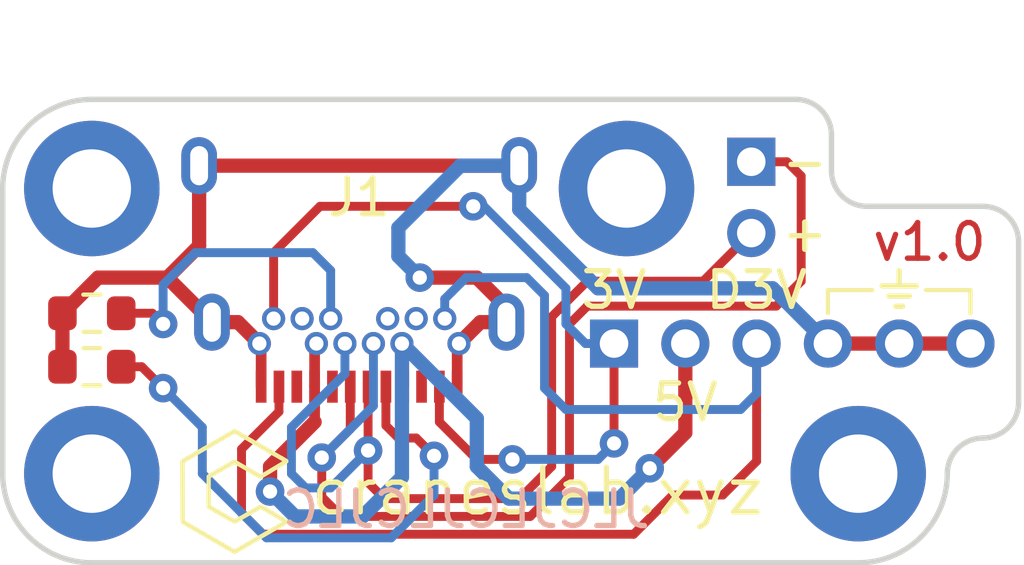
<source format=kicad_pcb>
(kicad_pcb (version 20171130) (host pcbnew "(5.1.10)-1")

  (general
    (thickness 1.6)
    (drawings 31)
    (tracks 144)
    (zones 0)
    (modules 10)
    (nets 15)
  )

  (page A4)
  (layers
    (0 F.Cu signal)
    (31 B.Cu signal)
    (32 B.Adhes user)
    (33 F.Adhes user)
    (34 B.Paste user)
    (35 F.Paste user)
    (36 B.SilkS user)
    (37 F.SilkS user)
    (38 B.Mask user)
    (39 F.Mask user)
    (40 Dwgs.User user hide)
    (41 Cmts.User user)
    (42 Eco1.User user)
    (43 Eco2.User user)
    (44 Edge.Cuts user)
    (45 Margin user)
    (46 B.CrtYd user)
    (47 F.CrtYd user)
    (48 B.Fab user)
    (49 F.Fab user)
  )

  (setup
    (last_trace_width 0.25)
    (user_trace_width 0.3)
    (user_trace_width 0.4)
    (user_trace_width 0.6)
    (trace_clearance 0.15)
    (zone_clearance 0.508)
    (zone_45_only no)
    (trace_min 0.2)
    (via_size 0.8)
    (via_drill 0.4)
    (via_min_size 0.4)
    (via_min_drill 0.3)
    (uvia_size 0.3)
    (uvia_drill 0.1)
    (uvias_allowed no)
    (uvia_min_size 0.2)
    (uvia_min_drill 0.1)
    (edge_width 0.152)
    (segment_width 0.2)
    (pcb_text_width 0.3)
    (pcb_text_size 1.5 1.5)
    (mod_edge_width 0.12)
    (mod_text_size 1 1)
    (mod_text_width 0.15)
    (pad_size 1 1.6)
    (pad_drill 0.6)
    (pad_to_mask_clearance 0)
    (aux_axis_origin 0 0)
    (grid_origin 0 -4)
    (visible_elements 7FFFFF7F)
    (pcbplotparams
      (layerselection 0x010fc_ffffffff)
      (usegerberextensions false)
      (usegerberattributes false)
      (usegerberadvancedattributes false)
      (creategerberjobfile false)
      (excludeedgelayer false)
      (linewidth 0.100000)
      (plotframeref false)
      (viasonmask false)
      (mode 1)
      (useauxorigin false)
      (hpglpennumber 1)
      (hpglpenspeed 20)
      (hpglpendiameter 15.000000)
      (psnegative false)
      (psa4output false)
      (plotreference true)
      (plotvalue true)
      (plotinvisibletext false)
      (padsonsilk false)
      (subtractmaskfromsilk false)
      (outputformat 1)
      (mirror false)
      (drillshape 0)
      (scaleselection 1)
      (outputdirectory "jlcpcb/gerber"))
  )

  (net 0 "")
  (net 1 GND)
  (net 2 3V3)
  (net 3 VBUS)
  (net 4 "Net-(J1-PadA5)")
  (net 5 D+)
  (net 6 D-)
  (net 7 "Net-(J1-PadA8)")
  (net 8 D3V)
  (net 9 "Net-(J1-PadB5)")
  (net 10 "Net-(J1-PadB8)")
  (net 11 "Net-(J1-PadB3)")
  (net 12 "Net-(J1-PadB10)")
  (net 13 "Net-(J1-PadA3)")
  (net 14 "Net-(J1-PadA10)")

  (net_class Default "This is the default net class."
    (clearance 0.15)
    (trace_width 0.25)
    (via_dia 0.8)
    (via_drill 0.4)
    (uvia_dia 0.3)
    (uvia_drill 0.1)
    (add_net 3V3)
    (add_net D+)
    (add_net D-)
    (add_net D3V)
    (add_net GND)
    (add_net "Net-(J1-PadA10)")
    (add_net "Net-(J1-PadA3)")
    (add_net "Net-(J1-PadA5)")
    (add_net "Net-(J1-PadA8)")
    (add_net "Net-(J1-PadB10)")
    (add_net "Net-(J1-PadB3)")
    (add_net "Net-(J1-PadB5)")
    (add_net "Net-(J1-PadB8)")
    (add_net VBUS)
  )

  (module Connector_PinHeader_2.00mm:PinHeader_1x02_P2.00mm_Vertical (layer F.Cu) (tedit 619EEB66) (tstamp 619F3035)
    (at 11 -1.75)
    (descr "Through hole straight pin header, 1x02, 2.00mm pitch, single row")
    (tags "Through hole pin header THT 1x02 2.00mm single row")
    (path /60AD4395)
    (fp_text reference J3 (at 0 -1.75 180) (layer F.SilkS) hide
      (effects (font (size 1 1) (thickness 0.15)))
    )
    (fp_text value Conn_01x02 (at 0 4.06 180) (layer F.Fab) hide
      (effects (font (size 1 1) (thickness 0.15)))
    )
    (fp_line (start 1.5 -1.5) (end -1.5 -1.5) (layer F.CrtYd) (width 0.05))
    (fp_line (start 1.5 3.5) (end 1.5 -1.5) (layer F.CrtYd) (width 0.05))
    (fp_line (start -1.5 3.5) (end 1.5 3.5) (layer F.CrtYd) (width 0.05))
    (fp_line (start -1.5 -1.5) (end -1.5 3.5) (layer F.CrtYd) (width 0.05))
    (fp_line (start -1 -0.5) (end -0.5 -1) (layer F.Fab) (width 0.1))
    (fp_line (start -1 3) (end -1 -0.5) (layer F.Fab) (width 0.1))
    (fp_line (start 1 3) (end -1 3) (layer F.Fab) (width 0.1))
    (fp_line (start 1 -1) (end 1 3) (layer F.Fab) (width 0.1))
    (fp_line (start -0.5 -1) (end 1 -1) (layer F.Fab) (width 0.1))
    (fp_text user %R (at 0 1 90) (layer F.Fab)
      (effects (font (size 1 1) (thickness 0.15)))
    )
    (pad 1 thru_hole rect (at 0 0) (size 1.35 1.35) (drill 0.8) (layers *.Cu *.Mask)
      (net 6 D-))
    (pad 2 thru_hole oval (at 0 2) (size 1.35 1.35) (drill 0.8) (layers *.Cu *.Mask)
      (net 5 D+))
  )

  (module Connector_PinHeader_2.00mm:PinHeader_1x06_P2.00mm_Vertical (layer F.Cu) (tedit 619EEAF6) (tstamp 619EC090)
    (at 7.15 3.35 90)
    (descr "Through hole straight pin header, 1x06, 2.00mm pitch, single row")
    (tags "Through hole pin header THT 1x06 2.00mm single row")
    (path /619EBF64)
    (fp_text reference J2 (at 0 -2.06 90) (layer F.SilkS) hide
      (effects (font (size 1 1) (thickness 0.15)))
    )
    (fp_text value Conn_01x06 (at 0 12.06 90) (layer F.Fab) hide
      (effects (font (size 1 1) (thickness 0.15)))
    )
    (fp_text user %R (at 0 5 180) (layer F.Fab)
      (effects (font (size 1 1) (thickness 0.15)))
    )
    (fp_line (start -0.5 -1) (end 1 -1) (layer F.Fab) (width 0.1))
    (fp_line (start 1 -1) (end 1 11) (layer F.Fab) (width 0.1))
    (fp_line (start 1 11) (end -1 11) (layer F.Fab) (width 0.1))
    (fp_line (start -1 11) (end -1 -0.5) (layer F.Fab) (width 0.1))
    (fp_line (start -1 -0.5) (end -0.5 -1) (layer F.Fab) (width 0.1))
    (fp_line (start -1.5 -1.5) (end -1.5 11.5) (layer F.CrtYd) (width 0.05))
    (fp_line (start -1.5 11.5) (end 1.5 11.5) (layer F.CrtYd) (width 0.05))
    (fp_line (start 1.5 11.5) (end 1.5 -1.5) (layer F.CrtYd) (width 0.05))
    (fp_line (start 1.5 -1.5) (end -1.5 -1.5) (layer F.CrtYd) (width 0.05))
    (pad 6 thru_hole oval (at 0 10 90) (size 1.35 1.35) (drill 0.8) (layers *.Cu *.Mask)
      (net 1 GND))
    (pad 5 thru_hole oval (at 0 8 90) (size 1.35 1.35) (drill 0.8) (layers *.Cu *.Mask)
      (net 1 GND))
    (pad 4 thru_hole oval (at 0 6 90) (size 1.35 1.35) (drill 0.8) (layers *.Cu *.Mask)
      (net 1 GND))
    (pad 3 thru_hole oval (at 0 4 90) (size 1.35 1.35) (drill 0.8) (layers *.Cu *.Mask)
      (net 8 D3V))
    (pad 2 thru_hole oval (at 0 2 90) (size 1.35 1.35) (drill 0.8) (layers *.Cu *.Mask)
      (net 3 VBUS))
    (pad 1 thru_hole rect (at 0 0 90) (size 1.35 1.35) (drill 0.8) (layers *.Cu *.Mask)
      (net 2 3V3))
  )

  (module MountingHole:MountingHole_2.2mm_M2_DIN965_Pad (layer F.Cu) (tedit 56D1B4CB) (tstamp 619F27D1)
    (at 14 7)
    (descr "Mounting Hole 2.2mm, M2, DIN965")
    (tags "mounting hole 2.2mm m2 din965")
    (attr virtual)
    (fp_text reference REF** (at 0 -2.9) (layer F.SilkS) hide
      (effects (font (size 1 1) (thickness 0.15)))
    )
    (fp_text value MountingHole_2.2mm_M2_DIN965_Pad (at 0 2.9) (layer F.Fab) hide
      (effects (font (size 1 1) (thickness 0.15)))
    )
    (fp_circle (center 0 0) (end 1.9 0) (layer Cmts.User) (width 0.15))
    (fp_circle (center 0 0) (end 2.15 0) (layer F.CrtYd) (width 0.05))
    (fp_text user %R (at 0.3 0) (layer F.Fab) hide
      (effects (font (size 1 1) (thickness 0.15)))
    )
    (pad 1 thru_hole circle (at 0 0) (size 3.8 3.8) (drill 2.2) (layers *.Cu *.Mask))
  )

  (module MountingHole:MountingHole_2.2mm_M2_DIN965_Pad (layer F.Cu) (tedit 56D1B4CB) (tstamp 619F27D1)
    (at -7.5 7)
    (descr "Mounting Hole 2.2mm, M2, DIN965")
    (tags "mounting hole 2.2mm m2 din965")
    (attr virtual)
    (fp_text reference REF** (at 0 -2.9) (layer F.SilkS) hide
      (effects (font (size 1 1) (thickness 0.15)))
    )
    (fp_text value MountingHole_2.2mm_M2_DIN965_Pad (at 0 2.9) (layer F.Fab) hide
      (effects (font (size 1 1) (thickness 0.15)))
    )
    (fp_circle (center 0 0) (end 1.9 0) (layer Cmts.User) (width 0.15))
    (fp_circle (center 0 0) (end 2.15 0) (layer F.CrtYd) (width 0.05))
    (fp_text user %R (at 0.3 0) (layer F.Fab) hide
      (effects (font (size 1 1) (thickness 0.15)))
    )
    (pad 1 thru_hole circle (at 0 0) (size 3.8 3.8) (drill 2.2) (layers *.Cu *.Mask))
  )

  (module MountingHole:MountingHole_2.2mm_M2_DIN965_Pad (layer F.Cu) (tedit 56D1B4CB) (tstamp 619F27D1)
    (at 7.5 -1)
    (descr "Mounting Hole 2.2mm, M2, DIN965")
    (tags "mounting hole 2.2mm m2 din965")
    (attr virtual)
    (fp_text reference REF** (at 0 -2.9) (layer F.SilkS) hide
      (effects (font (size 1 1) (thickness 0.15)))
    )
    (fp_text value MountingHole_2.2mm_M2_DIN965_Pad (at 0 2.9) (layer F.Fab) hide
      (effects (font (size 1 1) (thickness 0.15)))
    )
    (fp_circle (center 0 0) (end 1.9 0) (layer Cmts.User) (width 0.15))
    (fp_circle (center 0 0) (end 2.15 0) (layer F.CrtYd) (width 0.05))
    (fp_text user %R (at 0.3 0) (layer F.Fab) hide
      (effects (font (size 1 1) (thickness 0.15)))
    )
    (pad 1 thru_hole circle (at 0 0) (size 3.8 3.8) (drill 2.2) (layers *.Cu *.Mask))
  )

  (module MountingHole:MountingHole_2.2mm_M2_DIN965_Pad (layer F.Cu) (tedit 56D1B4CB) (tstamp 619F279C)
    (at -7.5 -1)
    (descr "Mounting Hole 2.2mm, M2, DIN965")
    (tags "mounting hole 2.2mm m2 din965")
    (attr virtual)
    (fp_text reference REF** (at 0 -2.9) (layer F.SilkS) hide
      (effects (font (size 1 1) (thickness 0.15)))
    )
    (fp_text value MountingHole_2.2mm_M2_DIN965_Pad (at 0 2.9) (layer F.Fab) hide
      (effects (font (size 1 1) (thickness 0.15)))
    )
    (fp_text user %R (at 0.3 0) (layer F.Fab) hide
      (effects (font (size 1 1) (thickness 0.15)))
    )
    (fp_circle (center 0 0) (end 1.9 0) (layer Cmts.User) (width 0.15))
    (fp_circle (center 0 0) (end 2.15 0) (layer F.CrtYd) (width 0.05))
    (pad 1 thru_hole circle (at 0 0) (size 3.8 3.8) (drill 2.2) (layers *.Cu *.Mask))
  )

  (module Model_S:USBC_C_Logo (layer F.Cu) (tedit 0) (tstamp 60EB97F1)
    (at -3.5 7.5)
    (fp_text reference G*** (at 0 0) (layer F.SilkS) hide
      (effects (font (size 1.524 1.524) (thickness 0.3)))
    )
    (fp_text value LOGO (at 0.75 0) (layer F.SilkS) hide
      (effects (font (size 1.524 1.524) (thickness 0.3)))
    )
    (fp_poly (pts (xy 0.030747 -1.73995) (xy 0.053309 -1.729991) (xy 0.082054 -1.714784) (xy 0.102524 -1.70342)
      (xy 0.131542 -1.687069) (xy 0.159656 -1.670965) (xy 0.184313 -1.656586) (xy 0.20296 -1.645414)
      (xy 0.208553 -1.641928) (xy 0.224011 -1.632273) (xy 0.235328 -1.625569) (xy 0.239713 -1.623391)
      (xy 0.244949 -1.620802) (xy 0.257665 -1.613821) (xy 0.275806 -1.603625) (xy 0.297317 -1.591394)
      (xy 0.320144 -1.578306) (xy 0.342231 -1.56554) (xy 0.361524 -1.554274) (xy 0.375967 -1.545688)
      (xy 0.383506 -1.540959) (xy 0.383761 -1.540774) (xy 0.391273 -1.536062) (xy 0.405228 -1.527989)
      (xy 0.419652 -1.519938) (xy 0.451648 -1.502298) (xy 0.476123 -1.488644) (xy 0.495268 -1.477703)
      (xy 0.511272 -1.468202) (xy 0.526326 -1.458867) (xy 0.542333 -1.448611) (xy 0.559961 -1.437407)
      (xy 0.573793 -1.428996) (xy 0.581434 -1.424822) (xy 0.582122 -1.424609) (xy 0.587921 -1.422004)
      (xy 0.600299 -1.415227) (xy 0.614051 -1.407234) (xy 0.636449 -1.394187) (xy 0.661235 -1.380135)
      (xy 0.673652 -1.373261) (xy 0.692391 -1.362735) (xy 0.709188 -1.352821) (xy 0.717826 -1.34736)
      (xy 0.731225 -1.339327) (xy 0.741279 -1.334577) (xy 0.750823 -1.329877) (xy 0.76606 -1.321104)
      (xy 0.781419 -1.311592) (xy 0.797277 -1.301645) (xy 0.809065 -1.294617) (xy 0.814091 -1.292087)
      (xy 0.819271 -1.289429) (xy 0.832647 -1.281966) (xy 0.85288 -1.270461) (xy 0.87863 -1.255678)
      (xy 0.908557 -1.238384) (xy 0.930186 -1.225826) (xy 0.962284 -1.207254) (xy 0.991236 -1.190692)
      (xy 1.015672 -1.176907) (xy 1.034223 -1.166667) (xy 1.045519 -1.160741) (xy 1.048334 -1.159565)
      (xy 1.055163 -1.156183) (xy 1.063274 -1.149647) (xy 1.073867 -1.141647) (xy 1.090234 -1.13118)
      (xy 1.104348 -1.123021) (xy 1.125117 -1.111487) (xy 1.145892 -1.099783) (xy 1.156804 -1.093539)
      (xy 1.174761 -1.083338) (xy 1.196211 -1.071405) (xy 1.207779 -1.06507) (xy 1.227757 -1.053882)
      (xy 1.251737 -1.039983) (xy 1.273224 -1.027166) (xy 1.290708 -1.016666) (xy 1.304115 -1.008845)
      (xy 1.311044 -1.005096) (xy 1.311462 -1.004957) (xy 1.318428 -1.002157) (xy 1.332872 -0.994496)
      (xy 1.352977 -0.983078) (xy 1.376926 -0.969008) (xy 1.402905 -0.953391) (xy 1.429096 -0.937333)
      (xy 1.453685 -0.921937) (xy 1.474855 -0.908309) (xy 1.490791 -0.897553) (xy 1.499675 -0.890776)
      (xy 1.500505 -0.889926) (xy 1.509755 -0.873656) (xy 1.512898 -0.852222) (xy 1.512929 -0.849391)
      (xy 1.511205 -0.831455) (xy 1.505071 -0.816108) (xy 1.493143 -0.801805) (xy 1.474039 -0.787)
      (xy 1.446377 -0.770149) (xy 1.437686 -0.765283) (xy 1.413768 -0.75175) (xy 1.390706 -0.738186)
      (xy 1.372065 -0.726705) (xy 1.365636 -0.722489) (xy 1.351851 -0.71349) (xy 1.342069 -0.707808)
      (xy 1.339469 -0.706783) (xy 1.334303 -0.704021) (xy 1.320512 -0.696069) (xy 1.298934 -0.683424)
      (xy 1.270411 -0.666585) (xy 1.23578 -0.646048) (xy 1.195883 -0.622312) (xy 1.151558 -0.595874)
      (xy 1.103647 -0.567234) (xy 1.058855 -0.540406) (xy 1.007939 -0.509933) (xy 0.95944 -0.481008)
      (xy 0.914257 -0.454159) (xy 0.873289 -0.429915) (xy 0.837435 -0.408807) (xy 0.807595 -0.391364)
      (xy 0.784666 -0.378114) (xy 0.769549 -0.369589) (xy 0.763558 -0.366471) (xy 0.745153 -0.360605)
      (xy 0.727517 -0.360115) (xy 0.707875 -0.365505) (xy 0.68345 -0.377276) (xy 0.673652 -0.38277)
      (xy 0.653313 -0.39444) (xy 0.635548 -0.40462) (xy 0.623381 -0.411579) (xy 0.621196 -0.412824)
      (xy 0.58175 -0.435278) (xy 0.550543 -0.453122) (xy 0.526189 -0.467165) (xy 0.507304 -0.478215)
      (xy 0.492505 -0.487081) (xy 0.480406 -0.494572) (xy 0.471173 -0.500487) (xy 0.455674 -0.510238)
      (xy 0.444038 -0.516959) (xy 0.439305 -0.519044) (xy 0.433049 -0.521798) (xy 0.421182 -0.528738)
      (xy 0.415393 -0.532414) (xy 0.403656 -0.539606) (xy 0.384386 -0.550931) (xy 0.359704 -0.565163)
      (xy 0.331731 -0.581076) (xy 0.311978 -0.592193) (xy 0.283129 -0.608386) (xy 0.256246 -0.623528)
      (xy 0.233409 -0.636442) (xy 0.216698 -0.645955) (xy 0.209826 -0.64992) (xy 0.178993 -0.6679)
      (xy 0.148398 -0.685603) (xy 0.119553 -0.702167) (xy 0.093969 -0.716734) (xy 0.073158 -0.728443)
      (xy 0.05863 -0.736435) (xy 0.051897 -0.739849) (xy 0.051651 -0.739913) (xy 0.045957 -0.742739)
      (xy 0.034568 -0.749863) (xy 0.028795 -0.753718) (xy 0.015086 -0.762157) (xy 0.004661 -0.767038)
      (xy 0.002341 -0.767522) (xy -0.004249 -0.76487) (xy -0.018665 -0.757522) (xy -0.039222 -0.746387)
      (xy -0.064232 -0.732374) (xy -0.086106 -0.719824) (xy -0.115842 -0.702648) (xy -0.144711 -0.686076)
      (xy -0.170317 -0.671474) (xy -0.190266 -0.66021) (xy -0.198783 -0.655482) (xy -0.217732 -0.644742)
      (xy -0.234927 -0.634407) (xy -0.243809 -0.628636) (xy -0.254903 -0.621577) (xy -0.261706 -0.618444)
      (xy -0.261864 -0.618435) (xy -0.268123 -0.615723) (xy -0.280305 -0.608808) (xy -0.288511 -0.603759)
      (xy -0.30633 -0.593057) (xy -0.328441 -0.580512) (xy -0.344999 -0.571537) (xy -0.371784 -0.557207)
      (xy -0.395759 -0.543866) (xy -0.420791 -0.529304) (xy -0.450749 -0.511314) (xy -0.455373 -0.508507)
      (xy -0.473076 -0.4979) (xy -0.486784 -0.489964) (xy -0.494089 -0.486086) (xy -0.49463 -0.485913)
      (xy -0.500286 -0.483078) (xy -0.515113 -0.474678) (xy -0.538838 -0.460873) (xy -0.571189 -0.441822)
      (xy -0.611892 -0.417685) (xy -0.639141 -0.401465) (xy -0.66813 -0.384189) (xy -0.66813 0.391099)
      (xy -0.644663 0.404544) (xy -0.631195 0.412297) (xy -0.610713 0.424131) (xy -0.585752 0.438582)
      (xy -0.558845 0.454182) (xy -0.552174 0.458054) (xy -0.523694 0.47449) (xy -0.495068 0.490844)
      (xy -0.469361 0.505377) (xy -0.449635 0.516348) (xy -0.447261 0.517645) (xy -0.428452 0.528197)
      (xy -0.412766 0.537572) (xy -0.403414 0.543845) (xy -0.403087 0.544112) (xy -0.392916 0.551333)
      (xy -0.378439 0.560254) (xy -0.375478 0.561949) (xy -0.362554 0.569301) (xy -0.343075 0.58046)
      (xy -0.320047 0.593703) (xy -0.303696 0.603133) (xy -0.278937 0.617376) (xy -0.254646 0.631261)
      (xy -0.234278 0.642816) (xy -0.225011 0.648015) (xy -0.209196 0.656845) (xy -0.193243 0.66583)
      (xy -0.175432 0.675954) (xy -0.154045 0.688198) (xy -0.127362 0.703545) (xy -0.093664 0.722979)
      (xy -0.074621 0.733972) (xy -0.048181 0.749048) (xy -0.024929 0.761943) (xy -0.006606 0.771721)
      (xy 0.005047 0.777446) (xy 0.008205 0.778551) (xy 0.015437 0.775853) (xy 0.029105 0.768779)
      (xy 0.046302 0.75884) (xy 0.046935 0.758457) (xy 0.061993 0.749488) (xy 0.084039 0.736568)
      (xy 0.111635 0.720522) (xy 0.14334 0.702176) (xy 0.177718 0.682354) (xy 0.213328 0.661883)
      (xy 0.248733 0.641587) (xy 0.282493 0.622292) (xy 0.31317 0.604823) (xy 0.339325 0.590006)
      (xy 0.35952 0.578666) (xy 0.372315 0.571628) (xy 0.375478 0.569984) (xy 0.386982 0.563728)
      (xy 0.404152 0.553617) (xy 0.423377 0.54178) (xy 0.424348 0.541168) (xy 0.441383 0.530559)
      (xy 0.454377 0.522727) (xy 0.460904 0.519129) (xy 0.461196 0.519043) (xy 0.466253 0.516374)
      (xy 0.479509 0.508875) (xy 0.499639 0.49731) (xy 0.525319 0.482441) (xy 0.555226 0.465032)
      (xy 0.577979 0.451736) (xy 0.611394 0.432385) (xy 0.64281 0.414577) (xy 0.670598 0.399206)
      (xy 0.693132 0.387163) (xy 0.708784 0.37934) (xy 0.714206 0.37704) (xy 0.743741 0.372363)
      (xy 0.77365 0.378657) (xy 0.797891 0.391722) (xy 0.81558 0.403108) (xy 0.83714 0.415966)
      (xy 0.850348 0.423378) (xy 0.865167 0.431612) (xy 0.887277 0.444132) (xy 0.914434 0.459657)
      (xy 0.944391 0.476903) (xy 0.969065 0.491195) (xy 1.001925 0.510282) (xy 1.035943 0.530038)
      (xy 1.068192 0.548764) (xy 1.095743 0.564759) (xy 1.10987 0.572959) (xy 1.138714 0.589854)
      (xy 1.170978 0.608995) (xy 1.201279 0.62718) (xy 1.212022 0.6337) (xy 1.235935 0.648151)
      (xy 1.259322 0.662065) (xy 1.278718 0.67339) (xy 1.286565 0.677847) (xy 1.301912 0.686578)
      (xy 1.313486 0.693483) (xy 1.316935 0.695739) (xy 1.324718 0.700599) (xy 1.338425 0.708495)
      (xy 1.347304 0.713436) (xy 1.383742 0.733525) (xy 1.412017 0.749312) (xy 1.433691 0.761725)
      (xy 1.450327 0.771693) (xy 1.463488 0.780145) (xy 1.474737 0.78801) (xy 1.482375 0.793712)
      (xy 1.503391 0.813734) (xy 1.51396 0.834531) (xy 1.51465 0.85765) (xy 1.511092 0.871717)
      (xy 1.506831 0.881134) (xy 1.499654 0.889915) (xy 1.487742 0.899595) (xy 1.469276 0.911706)
      (xy 1.449457 0.923646) (xy 1.422146 0.939847) (xy 1.393306 0.957046) (xy 1.367149 0.972726)
      (xy 1.354058 0.980623) (xy 1.335546 0.991667) (xy 1.320896 1.000093) (xy 1.312449 1.004569)
      (xy 1.311362 1.004956) (xy 1.305788 1.007635) (xy 1.293313 1.014727) (xy 1.276417 1.024813)
      (xy 1.272761 1.027043) (xy 1.255176 1.037569) (xy 1.241402 1.04537) (xy 1.233974 1.049023)
      (xy 1.233483 1.04913) (xy 1.227183 1.051977) (xy 1.216284 1.058875) (xy 1.215635 1.059324)
      (xy 1.20344 1.067063) (xy 1.185318 1.077714) (xy 1.165105 1.089026) (xy 1.164297 1.089466)
      (xy 1.143478 1.100964) (xy 1.117157 1.115753) (xy 1.089369 1.131557) (xy 1.073188 1.140858)
      (xy 1.049504 1.154526) (xy 1.027726 1.167067) (xy 1.0106 1.1769) (xy 1.002196 1.181698)
      (xy 0.991774 1.187698) (xy 0.973908 1.198078) (xy 0.950676 1.211625) (xy 0.924156 1.22713)
      (xy 0.908895 1.236068) (xy 0.882939 1.251229) (xy 0.860547 1.26421) (xy 0.843347 1.274073)
      (xy 0.832968 1.279883) (xy 0.830648 1.281043) (xy 0.825621 1.283757) (xy 0.813354 1.291048)
      (xy 0.795976 1.30164) (xy 0.784621 1.308652) (xy 0.76512 1.320578) (xy 0.749336 1.329913)
      (xy 0.739469 1.335374) (xy 0.737346 1.336261) (xy 0.73165 1.338943) (xy 0.719078 1.346041)
      (xy 0.702127 1.356136) (xy 0.6985 1.358348) (xy 0.681087 1.36885) (xy 0.667678 1.376645)
      (xy 0.660719 1.380319) (xy 0.660315 1.380435) (xy 0.65494 1.383095) (xy 0.642602 1.390141)
      (xy 0.625743 1.40017) (xy 0.62186 1.402522) (xy 0.604186 1.413022) (xy 0.590323 1.420817)
      (xy 0.582804 1.424492) (xy 0.582282 1.424609) (xy 0.576464 1.427254) (xy 0.563355 1.434386)
      (xy 0.545127 1.4448) (xy 0.531106 1.453027) (xy 0.507834 1.466729) (xy 0.478497 1.483869)
      (xy 0.446613 1.502398) (xy 0.415701 1.520267) (xy 0.41137 1.522762) (xy 0.380781 1.540485)
      (xy 0.348591 1.559334) (xy 0.318364 1.577209) (xy 0.293666 1.592012) (xy 0.290828 1.593734)
      (xy 0.270396 1.606039) (xy 0.25372 1.615851) (xy 0.242878 1.621962) (xy 0.239849 1.623391)
      (xy 0.234422 1.626067) (xy 0.222066 1.63315) (xy 0.205234 1.643226) (xy 0.201544 1.645478)
      (xy 0.184057 1.65599) (xy 0.170493 1.663788) (xy 0.163333 1.667453) (xy 0.162891 1.667565)
      (xy 0.157292 1.670245) (xy 0.144797 1.677338) (xy 0.127889 1.687426) (xy 0.124239 1.689652)
      (xy 0.106795 1.700159) (xy 0.093321 1.707955) (xy 0.086277 1.711625) (xy 0.085857 1.711739)
      (xy 0.08026 1.714354) (xy 0.068215 1.721105) (xy 0.056965 1.727755) (xy 0.033012 1.740615)
      (xy 0.013862 1.74658) (xy -0.003743 1.746305) (xy -0.0172 1.742642) (xy -0.035962 1.734323)
      (xy -0.053573 1.723952) (xy -0.053944 1.723689) (xy -0.065568 1.715906) (xy -0.072925 1.711889)
      (xy -0.073587 1.711739) (xy -0.078939 1.709068) (xy -0.092818 1.701444) (xy -0.114195 1.689455)
      (xy -0.142041 1.673686) (xy -0.175329 1.654723) (xy -0.21303 1.633152) (xy -0.254116 1.609558)
      (xy -0.297558 1.584529) (xy -0.342328 1.558649) (xy -0.34787 1.55544) (xy -0.36491 1.545708)
      (xy -0.384873 1.534496) (xy -0.392043 1.530516) (xy -0.409346 1.520489) (xy -0.431236 1.507165)
      (xy -0.453102 1.493355) (xy -0.453985 1.492785) (xy -0.471614 1.481581) (xy -0.485445 1.47317)
      (xy -0.493086 1.468996) (xy -0.493775 1.468782) (xy -0.499573 1.466177) (xy -0.511951 1.4594)
      (xy -0.525703 1.451407) (xy -0.548101 1.438361) (xy -0.572887 1.424309) (xy -0.585304 1.417434)
      (xy -0.604261 1.406717) (xy -0.621459 1.396395) (xy -0.630331 1.390635) (xy -0.641195 1.383596)
      (xy -0.647539 1.380446) (xy -0.647687 1.380435) (xy -0.653346 1.377732) (xy -0.667335 1.370073)
      (xy -0.688481 1.358132) (xy -0.715613 1.342581) (xy -0.74756 1.324095) (xy -0.78315 1.303346)
      (xy -0.821211 1.28101) (xy -0.84373 1.267726) (xy -0.891689 1.239521) (xy -0.934547 1.214599)
      (xy -0.970817 1.193818) (xy -0.996674 1.179323) (xy -1.006609 1.173724) (xy -1.024526 1.163505)
      (xy -1.048849 1.149577) (xy -1.077997 1.132845) (xy -1.110394 1.11422) (xy -1.14446 1.094607)
      (xy -1.178617 1.074916) (xy -1.211288 1.056054) (xy -1.240893 1.038929) (xy -1.261717 1.026854)
      (xy -1.312949 0.997075) (xy -1.355496 0.972273) (xy -1.390242 0.951906) (xy -1.418069 0.935432)
      (xy -1.43986 0.922311) (xy -1.456496 0.912) (xy -1.468861 0.903957) (xy -1.477836 0.897642)
      (xy -1.484304 0.892513) (xy -1.489147 0.888028) (xy -1.49094 0.886173) (xy -1.495604 0.880849)
      (xy -1.499133 0.875089) (xy -1.501749 0.867282) (xy -1.503672 0.855818) (xy -1.505125 0.839085)
      (xy -1.506329 0.815472) (xy -1.507506 0.783367) (xy -1.508264 0.760184) (xy -1.508705 0.741051)
      (xy -1.509138 0.711636) (xy -1.50956 0.672701) (xy -1.509967 0.625007) (xy -1.510356 0.569315)
      (xy -1.510723 0.506387) (xy -1.511065 0.436985) (xy -1.511378 0.361871) (xy -1.511658 0.281804)
      (xy -1.511901 0.197548) (xy -1.512104 0.109864) (xy -1.512264 0.019512) (xy -1.512376 -0.072745)
      (xy -1.512406 -0.107883) (xy -1.512919 -0.813767) (xy -1.399761 -0.813767) (xy -1.399659 -0.746471)
      (xy -1.399637 -0.732772) (xy -1.399597 -0.708743) (xy -1.399541 -0.675098) (xy -1.39947 -0.632552)
      (xy -1.399384 -0.581817) (xy -1.399286 -0.523607) (xy -1.399176 -0.458637) (xy -1.399055 -0.38762)
      (xy -1.398926 -0.31127) (xy -1.398788 -0.2303) (xy -1.398643 -0.145425) (xy -1.398493 -0.057358)
      (xy -1.398339 0.033188) (xy -1.398278 0.068494) (xy -1.397 0.816163) (xy -1.36525 0.83443)
      (xy -1.350784 0.842744) (xy -1.339316 0.849283) (xy -1.328317 0.855455) (xy -1.315257 0.862665)
      (xy -1.297608 0.87232) (xy -1.27284 0.885827) (xy -1.272271 0.886136) (xy -1.253241 0.896717)
      (xy -1.237584 0.9058) (xy -1.22821 0.911689) (xy -1.227384 0.912303) (xy -1.219332 0.917861)
      (xy -1.205846 0.926409) (xy -1.189853 0.936185) (xy -1.17428 0.945425) (xy -1.162054 0.952369)
      (xy -1.1561 0.955255) (xy -1.156026 0.955261) (xy -1.150504 0.957962) (xy -1.138836 0.964858)
      (xy -1.130466 0.970077) (xy -1.109158 0.983179) (xy -1.08064 0.999991) (xy -1.043901 1.021103)
      (xy -1.021522 1.033803) (xy -1.005937 1.042752) (xy -0.986029 1.054359) (xy -0.971826 1.062728)
      (xy -0.954288 1.07291) (xy -0.930499 1.086437) (xy -0.903901 1.101364) (xy -0.883478 1.112693)
      (xy -0.855037 1.128642) (xy -0.821537 1.147837) (xy -0.787336 1.167762) (xy -0.759239 1.18443)
      (xy -0.732642 1.200321) (xy -0.707118 1.215444) (xy -0.685315 1.228239) (xy -0.66988 1.237144)
      (xy -0.66813 1.238131) (xy -0.657078 1.244395) (xy -0.637889 1.255345) (xy -0.612001 1.270156)
      (xy -0.580848 1.288007) (xy -0.545868 1.308074) (xy -0.508497 1.329536) (xy -0.496956 1.336168)
      (xy -0.459487 1.357684) (xy -0.424279 1.377866) (xy -0.392702 1.39593) (xy -0.366129 1.411093)
      (xy -0.345931 1.422571) (xy -0.333479 1.429582) (xy -0.331304 1.430781) (xy -0.316697 1.439133)
      (xy -0.297067 1.450879) (xy -0.276913 1.46332) (xy -0.259814 1.473896) (xy -0.246702 1.481697)
      (xy -0.240036 1.485267) (xy -0.239724 1.485348) (xy -0.234287 1.488016) (xy -0.222256 1.494964)
      (xy -0.208529 1.503281) (xy -0.184991 1.517545) (xy -0.157661 1.533693) (xy -0.128159 1.550816)
      (xy -0.098105 1.568001) (xy -0.069119 1.584336) (xy -0.042821 1.598911) (xy -0.02083 1.610813)
      (xy -0.004768 1.619132) (xy 0.003746 1.622955) (xy 0.004434 1.623102) (xy 0.011873 1.620564)
      (xy 0.026535 1.613461) (xy 0.046187 1.602932) (xy 0.065173 1.592124) (xy 0.093513 1.575568)
      (xy 0.124654 1.557366) (xy 0.153649 1.540409) (xy 0.165652 1.533386) (xy 0.187928 1.520371)
      (xy 0.208448 1.508424) (xy 0.224106 1.49935) (xy 0.229152 1.49645) (xy 0.238319 1.49118)
      (xy 0.255579 1.481229) (xy 0.279465 1.467442) (xy 0.308511 1.450667) (xy 0.341249 1.43175)
      (xy 0.372717 1.41356) (xy 0.408088 1.393134) (xy 0.441608 1.373821) (xy 0.47169 1.356531)
      (xy 0.49675 1.342175) (xy 0.515201 1.331663) (xy 0.524565 1.326396) (xy 0.568547 1.301766)
      (xy 0.609862 1.27803) (xy 0.645618 1.256861) (xy 0.659848 1.24817) (xy 0.680393 1.235725)
      (xy 0.705986 1.220606) (xy 0.73203 1.205521) (xy 0.739597 1.201205) (xy 0.760122 1.189552)
      (xy 0.777146 1.179871) (xy 0.792556 1.171079) (xy 0.808238 1.162091) (xy 0.826079 1.151824)
      (xy 0.847967 1.139195) (xy 0.875787 1.12312) (xy 0.908326 1.104309) (xy 0.938934 1.08665)
      (xy 0.968548 1.069631) (xy 0.994917 1.054542) (xy 1.01579 1.042671) (xy 1.027044 1.036344)
      (xy 1.042398 1.027678) (xy 1.064836 1.014847) (xy 1.091904 0.99926) (xy 1.121153 0.982328)
      (xy 1.137478 0.972838) (xy 1.171098 0.953265) (xy 1.207931 0.931829) (xy 1.244111 0.910777)
      (xy 1.275772 0.892361) (xy 1.283804 0.887691) (xy 1.307854 0.87368) (xy 1.328196 0.861778)
      (xy 1.343067 0.853019) (xy 1.350708 0.848438) (xy 1.351337 0.848024) (xy 1.347156 0.845075)
      (xy 1.334741 0.837461) (xy 1.315454 0.82599) (xy 1.290655 0.811466) (xy 1.261704 0.794697)
      (xy 1.249185 0.787494) (xy 1.216904 0.768906) (xy 1.186302 0.751187) (xy 1.159238 0.735423)
      (xy 1.137573 0.722698) (xy 1.123168 0.714098) (xy 1.120913 0.712715) (xy 1.101724 0.701014)
      (xy 1.07655 0.685923) (xy 1.047864 0.668898) (xy 1.018136 0.651391) (xy 0.989838 0.634858)
      (xy 0.965443 0.620752) (xy 0.947421 0.610528) (xy 0.944217 0.608757) (xy 0.924887 0.597816)
      (xy 0.905843 0.586496) (xy 0.900044 0.58289) (xy 0.877223 0.568673) (xy 0.854728 0.555103)
      (xy 0.834646 0.543391) (xy 0.819067 0.534747) (xy 0.810079 0.530382) (xy 0.808935 0.530087)
      (xy 0.802623 0.527384) (xy 0.789749 0.520292) (xy 0.77308 0.510336) (xy 0.772787 0.510156)
      (xy 0.740495 0.490224) (xy 0.661519 0.535668) (xy 0.633371 0.551859) (xy 0.60713 0.566944)
      (xy 0.584931 0.579697) (xy 0.568909 0.58889) (xy 0.563217 0.592147) (xy 0.550081 0.599708)
      (xy 0.530555 0.611018) (xy 0.507782 0.624256) (xy 0.494196 0.632173) (xy 0.470128 0.64613)
      (xy 0.446616 0.659622) (xy 0.427191 0.670628) (xy 0.419652 0.674823) (xy 0.398729 0.686479)
      (xy 0.373294 0.700884) (xy 0.345277 0.716919) (xy 0.316606 0.733466) (xy 0.289209 0.749405)
      (xy 0.265016 0.763618) (xy 0.245955 0.774986) (xy 0.233954 0.782389) (xy 0.231913 0.783743)
      (xy 0.21871 0.792242) (xy 0.201244 0.80269) (xy 0.193261 0.807248) (xy 0.174056 0.818044)
      (xy 0.155092 0.828748) (xy 0.149087 0.832151) (xy 0.108881 0.855086) (xy 0.076772 0.873077)
      (xy 0.051045 0.886255) (xy 0.02999 0.89475) (xy 0.011893 0.898693) (xy -0.004958 0.898215)
      (xy -0.022276 0.893447) (xy -0.041773 0.884519) (xy -0.065161 0.871562) (xy -0.094153 0.854708)
      (xy -0.100237 0.851191) (xy -0.130082 0.83389) (xy -0.158704 0.817124) (xy -0.183847 0.802229)
      (xy -0.203255 0.790537) (xy -0.212288 0.78493) (xy -0.227619 0.775561) (xy -0.239174 0.769241)
      (xy -0.243602 0.767522) (xy -0.249771 0.764897) (xy -0.263225 0.757815) (xy -0.281761 0.747468)
      (xy -0.296358 0.739047) (xy -0.328904 0.720115) (xy -0.364291 0.699662) (xy -0.399855 0.679216)
      (xy -0.432932 0.660306) (xy -0.460858 0.644461) (xy -0.47487 0.636594) (xy -0.489704 0.628134)
      (xy -0.511001 0.615749) (xy -0.535753 0.601197) (xy -0.557696 0.588178) (xy -0.584858 0.572027)
      (xy -0.617679 0.55257) (xy -0.652293 0.532098) (xy -0.684837 0.512896) (xy -0.689335 0.510247)
      (xy -0.725049 0.488413) (xy -0.750699 0.470899) (xy -0.766255 0.457726) (xy -0.77078 0.45182)
      (xy -0.772241 0.447519) (xy -0.773514 0.44018) (xy -0.774611 0.429109) (xy -0.775544 0.41361)
      (xy -0.776325 0.392989) (xy -0.776967 0.366551) (xy -0.777481 0.333599) (xy -0.777879 0.29344)
      (xy -0.778174 0.245379) (xy -0.778378 0.188719) (xy -0.778502 0.122767) (xy -0.778558 0.046826)
      (xy -0.778565 0.003295) (xy -0.778516 -0.083163) (xy -0.778364 -0.159052) (xy -0.778103 -0.224849)
      (xy -0.777725 -0.281029) (xy -0.777224 -0.328067) (xy -0.776593 -0.366439) (xy -0.775825 -0.396619)
      (xy -0.774914 -0.419084) (xy -0.773852 -0.434307) (xy -0.772633 -0.442766) (xy -0.772151 -0.444255)
      (xy -0.765851 -0.451533) (xy -0.752928 -0.462707) (xy -0.735888 -0.475963) (xy -0.717235 -0.489486)
      (xy -0.699475 -0.501463) (xy -0.685114 -0.510078) (xy -0.676656 -0.513518) (xy -0.676497 -0.513522)
      (xy -0.671191 -0.516169) (xy -0.658038 -0.52348) (xy -0.638703 -0.534508) (xy -0.61485 -0.548308)
      (xy -0.598769 -0.557696) (xy -0.572998 -0.572718) (xy -0.550752 -0.58555) (xy -0.533688 -0.595244)
      (xy -0.523465 -0.600855) (xy -0.521295 -0.60187) (xy -0.515939 -0.60454) (xy -0.503686 -0.611593)
      (xy -0.487026 -0.621589) (xy -0.48435 -0.623223) (xy -0.456934 -0.639661) (xy -0.424556 -0.658547)
      (xy -0.390746 -0.677866) (xy -0.359033 -0.695602) (xy -0.332945 -0.709742) (xy -0.331304 -0.710606)
      (xy -0.315151 -0.719256) (xy -0.302186 -0.726483) (xy -0.298174 -0.728868) (xy -0.280156 -0.739922)
      (xy -0.25543 -0.754703) (xy -0.225868 -0.772131) (xy -0.19334 -0.791124) (xy -0.159717 -0.8106)
      (xy -0.126871 -0.82948) (xy -0.096672 -0.846681) (xy -0.070992 -0.861123) (xy -0.051701 -0.871724)
      (xy -0.043372 -0.876095) (xy -0.013778 -0.886914) (xy 0.012995 -0.887729) (xy 0.03149 -0.882157)
      (xy 0.041243 -0.877222) (xy 0.058658 -0.867808) (xy 0.081835 -0.854963) (xy 0.108877 -0.839738)
      (xy 0.132522 -0.826261) (xy 0.162236 -0.809246) (xy 0.190484 -0.793098) (xy 0.215104 -0.779051)
      (xy 0.233931 -0.768339) (xy 0.242957 -0.763234) (xy 0.262214 -0.751951) (xy 0.281173 -0.740155)
      (xy 0.287032 -0.736303) (xy 0.299911 -0.728236) (xy 0.308904 -0.723706) (xy 0.310402 -0.723348)
      (xy 0.316788 -0.72065) (xy 0.329914 -0.713512) (xy 0.347169 -0.703368) (xy 0.35063 -0.701261)
      (xy 0.368082 -0.690753) (xy 0.381573 -0.682957) (xy 0.388637 -0.679288) (xy 0.389061 -0.679174)
      (xy 0.394368 -0.676537) (xy 0.407606 -0.669227) (xy 0.427176 -0.658149) (xy 0.451478 -0.644207)
      (xy 0.473171 -0.631646) (xy 0.503395 -0.614151) (xy 0.533322 -0.596959) (xy 0.560367 -0.581546)
      (xy 0.581944 -0.569388) (xy 0.590826 -0.564469) (xy 0.611146 -0.553052) (xy 0.636954 -0.538133)
      (xy 0.66433 -0.521993) (xy 0.680864 -0.512076) (xy 0.735011 -0.47933) (xy 0.876886 -0.564226)
      (xy 0.918923 -0.58936) (xy 0.967737 -0.618515) (xy 1.020612 -0.650069) (xy 1.074832 -0.682402)
      (xy 1.127679 -0.713893) (xy 1.176437 -0.742922) (xy 1.185568 -0.748354) (xy 1.231042 -0.775303)
      (xy 1.267762 -0.797087) (xy 1.296314 -0.814434) (xy 1.317283 -0.828071) (xy 1.331255 -0.838727)
      (xy 1.338817 -0.847129) (xy 1.340555 -0.854003) (xy 1.337054 -0.860079) (xy 1.328901 -0.866082)
      (xy 1.316682 -0.872741) (xy 1.300981 -0.880782) (xy 1.294849 -0.884017) (xy 1.273571 -0.895764)
      (xy 1.252531 -0.907948) (xy 1.23963 -0.915833) (xy 1.222076 -0.926699) (xy 1.205177 -0.936666)
      (xy 1.200978 -0.939023) (xy 1.186453 -0.947006) (xy 1.167627 -0.957345) (xy 1.156804 -0.963285)
      (xy 1.107341 -0.990793) (xy 1.052308 -1.022019) (xy 0.995482 -1.054793) (xy 0.940636 -1.086944)
      (xy 0.909828 -1.105286) (xy 0.883023 -1.121257) (xy 0.859583 -1.135032) (xy 0.84111 -1.145686)
      (xy 0.829205 -1.152294) (xy 0.825486 -1.154044) (xy 0.819639 -1.156728) (xy 0.80702 -1.163806)
      (xy 0.790221 -1.173818) (xy 0.788093 -1.17512) (xy 0.75283 -1.196523) (xy 0.720996 -1.215427)
      (xy 0.694388 -1.230781) (xy 0.674802 -1.241538) (xy 0.670891 -1.243547) (xy 0.660303 -1.249216)
      (xy 0.641848 -1.259461) (xy 0.617213 -1.273318) (xy 0.588084 -1.289823) (xy 0.556146 -1.308011)
      (xy 0.523087 -1.326917) (xy 0.490592 -1.345575) (xy 0.460347 -1.363022) (xy 0.434038 -1.378292)
      (xy 0.413351 -1.390421) (xy 0.399973 -1.398444) (xy 0.397565 -1.399951) (xy 0.384588 -1.407947)
      (xy 0.364379 -1.420027) (xy 0.339304 -1.434807) (xy 0.311724 -1.450902) (xy 0.284004 -1.466928)
      (xy 0.258507 -1.481501) (xy 0.254 -1.484052) (xy 0.231412 -1.496921) (xy 0.207005 -1.510996)
      (xy 0.182837 -1.525069) (xy 0.160968 -1.537933) (xy 0.143456 -1.548379) (xy 0.132359 -1.555199)
      (xy 0.129761 -1.556949) (xy 0.12259 -1.561414) (xy 0.108315 -1.569538) (xy 0.089599 -1.579817)
      (xy 0.082826 -1.583465) (xy 0.061215 -1.595134) (xy 0.041189 -1.60609) (xy 0.026416 -1.614324)
      (xy 0.02418 -1.615601) (xy 0.006947 -1.625536) (xy -0.089016 -1.571225) (xy -0.149727 -1.53668)
      (xy -0.202644 -1.506153) (xy -0.249733 -1.478493) (xy -0.292961 -1.452552) (xy -0.313223 -1.440184)
      (xy -0.330281 -1.429922) (xy -0.343398 -1.422418) (xy -0.350015 -1.419129) (xy -0.350252 -1.419087)
      (xy -0.35603 -1.416487) (xy -0.368395 -1.409723) (xy -0.382137 -1.401751) (xy -0.393451 -1.395045)
      (xy -0.40331 -1.389224) (xy -0.413348 -1.383338) (xy -0.425199 -1.376438) (xy -0.440496 -1.367575)
      (xy -0.460874 -1.3558) (xy -0.487964 -1.340163) (xy -0.513522 -1.325417) (xy -0.53857 -1.310894)
      (xy -0.560356 -1.298127) (xy -0.577007 -1.288225) (xy -0.586648 -1.282297) (xy -0.588065 -1.281331)
      (xy -0.595164 -1.276946) (xy -0.609474 -1.268827) (xy -0.628448 -1.258408) (xy -0.637761 -1.253387)
      (xy -0.659489 -1.241477) (xy -0.679117 -1.230259) (xy -0.69339 -1.221608) (xy -0.696592 -1.219483)
      (xy -0.707677 -1.212412) (xy -0.714471 -1.209271) (xy -0.714631 -1.209261) (xy -0.720603 -1.206601)
      (xy -0.733578 -1.199513) (xy -0.751138 -1.189336) (xy -0.757953 -1.185272) (xy -0.781816 -1.17107)
      (xy -0.813686 -1.152295) (xy -0.851987 -1.129864) (xy -0.895142 -1.10469) (xy -0.941572 -1.077688)
      (xy -0.989702 -1.049771) (xy -1.037953 -1.021855) (xy -1.084749 -0.994853) (xy -1.128513 -0.96968)
      (xy -1.167668 -0.94725) (xy -1.200636 -0.928477) (xy -1.212022 -0.922036) (xy -1.226369 -0.91387)
      (xy -1.247902 -0.901524) (xy -1.274253 -0.886359) (xy -1.303055 -0.869738) (xy -1.319696 -0.860113)
      (xy -1.399761 -0.813767) (xy -1.512919 -0.813767) (xy -1.512956 -0.86457) (xy -1.497772 -0.881902)
      (xy -1.488681 -0.889568) (xy -1.471511 -0.901566) (xy -1.44785 -0.916883) (xy -1.419284 -0.934507)
      (xy -1.387398 -0.953427) (xy -1.369391 -0.963807) (xy -1.336185 -0.982754) (xy -1.305132 -1.00048)
      (xy -1.277873 -1.016048) (xy -1.256047 -1.028522) (xy -1.241295 -1.036964) (xy -1.23687 -1.039504)
      (xy -1.220481 -1.048784) (xy -1.200352 -1.059979) (xy -1.189935 -1.0657) (xy -1.169033 -1.077379)
      (xy -1.145364 -1.090988) (xy -1.131956 -1.098881) (xy -1.117254 -1.107541) (xy -1.095171 -1.120413)
      (xy -1.067907 -1.136222) (xy -1.037665 -1.15369) (xy -1.010478 -1.169339) (xy -0.981401 -1.186151)
      (xy -0.955269 -1.201459) (xy -0.933739 -1.214274) (xy -0.918469 -1.22361) (xy -0.911119 -1.228479)
      (xy -0.911087 -1.228506) (xy -0.90196 -1.23473) (xy -0.886738 -1.24392) (xy -0.872435 -1.25202)
      (xy -0.81041 -1.286648) (xy -0.741477 -1.326099) (xy -0.710902 -1.34386) (xy -0.68836 -1.356849)
      (xy -0.668649 -1.367913) (xy -0.654125 -1.375748) (xy -0.647674 -1.378872) (xy -0.638569 -1.38339)
      (xy -0.623196 -1.391991) (xy -0.604667 -1.402927) (xy -0.602142 -1.404458) (xy -0.570189 -1.423651)
      (xy -0.533962 -1.445031) (xy -0.4971 -1.466477) (xy -0.463241 -1.485869) (xy -0.441739 -1.497936)
      (xy -0.419989 -1.510533) (xy -0.395486 -1.525523) (xy -0.379229 -1.535944) (xy -0.363002 -1.546455)
      (xy -0.35076 -1.554036) (xy -0.345034 -1.557122) (xy -0.344961 -1.557131) (xy -0.339474 -1.559724)
      (xy -0.327329 -1.566472) (xy -0.313602 -1.574473) (xy -0.294013 -1.585982) (xy -0.274413 -1.597218)
      (xy -0.252022 -1.609744) (xy -0.224061 -1.625122) (xy -0.207065 -1.634402) (xy -0.18949 -1.644128)
      (xy -0.175556 -1.652103) (xy -0.168413 -1.656514) (xy -0.160639 -1.66139) (xy -0.146948 -1.669324)
      (xy -0.138043 -1.67431) (xy -0.122272 -1.683228) (xy -0.100563 -1.695757) (xy -0.076457 -1.709845)
      (xy -0.063967 -1.717215) (xy -0.040327 -1.730844) (xy -0.021168 -1.740109) (xy -0.004358 -1.744832)
      (xy 0.012236 -1.744839) (xy 0.030747 -1.73995)) (layer F.SilkS) (width 0.01))
  )

  (module "Model_S:Shou Han Type-C 24P QCHT" (layer F.Cu) (tedit 60849C49) (tstamp 619EC1E5)
    (at 0 -3.5 180)
    (path /5DB4DBE8)
    (fp_text reference J1 (at 0 -2.75) (layer F.SilkS)
      (effects (font (size 1 1) (thickness 0.15)))
    )
    (fp_text value USB_C_Receptacle (at 0 1.94) (layer F.Fab)
      (effects (font (size 1 1) (thickness 0.15)))
    )
    (fp_line (start -4.82 -9.2) (end -4.82 0.65) (layer F.Fab) (width 0.12))
    (fp_line (start 4.82 -9.2) (end -4.82 -9.2) (layer F.Fab) (width 0.12))
    (fp_line (start 4.82 0.65) (end 4.82 -9.2) (layer F.Fab) (width 0.12))
    (fp_line (start -4.82 0.65) (end 4.82 0.65) (layer F.Fab) (width 0.12))
    (pad S1 thru_hole oval (at -4.49 -1.86 180) (size 1 1.6) (drill oval 0.5 1.1) (layers *.Cu *.Mask)
      (net 1 GND))
    (pad S1 thru_hole oval (at 4.49 -1.86 180) (size 1 1.6) (drill oval 0.5 1.1) (layers *.Cu *.Mask)
      (net 1 GND))
    (pad S1 thru_hole oval (at -4.13 -6.25 180) (size 1 1.6) (drill oval 0.5 1.1) (layers *.Cu *.Mask)
      (net 1 GND))
    (pad S1 thru_hole oval (at 4.13 -6.25 180) (size 1 1.6) (drill oval 0.5 1.1) (layers *.Cu *.Mask)
      (net 1 GND))
    (pad B1 thru_hole circle (at 2.8 -6.85 180) (size 0.65 0.65) (drill 0.4) (layers *.Cu *.Mask)
      (net 1 GND))
    (pad B2 thru_hole circle (at 2.4 -6.15 180) (size 0.65 0.65) (drill 0.4) (layers *.Cu *.Mask)
      (net 2 3V3))
    (pad B3 thru_hole circle (at 1.6 -6.15 180) (size 0.65 0.65) (drill 0.4) (layers *.Cu *.Mask)
      (net 11 "Net-(J1-PadB3)"))
    (pad B4 thru_hole circle (at 1.2 -6.85 180) (size 0.65 0.65) (drill 0.4) (layers *.Cu *.Mask)
      (net 3 VBUS))
    (pad B5 thru_hole circle (at 0.8 -6.15 180) (size 0.65 0.65) (drill 0.4) (layers *.Cu *.Mask)
      (net 9 "Net-(J1-PadB5)"))
    (pad B6 thru_hole circle (at 0.4 -6.85 180) (size 0.65 0.65) (drill 0.4) (layers *.Cu *.Mask)
      (net 5 D+))
    (pad B7 thru_hole circle (at -0.4 -6.85 180) (size 0.65 0.65) (drill 0.4) (layers *.Cu *.Mask)
      (net 6 D-))
    (pad B8 thru_hole circle (at -0.8 -6.15 180) (size 0.65 0.65) (drill 0.4) (layers *.Cu *.Mask)
      (net 10 "Net-(J1-PadB8)"))
    (pad B9 thru_hole circle (at -1.2 -6.85 180) (size 0.65 0.65) (drill 0.4) (layers *.Cu *.Mask)
      (net 3 VBUS))
    (pad B10 thru_hole circle (at -1.6 -6.15 180) (size 0.65 0.65) (drill 0.4) (layers *.Cu *.Mask)
      (net 12 "Net-(J1-PadB10)"))
    (pad B11 thru_hole circle (at -2.4 -6.15 180) (size 0.65 0.65) (drill 0.4) (layers *.Cu *.Mask)
      (net 8 D3V))
    (pad B12 thru_hole circle (at -2.8 -6.85 180) (size 0.65 0.65) (drill 0.4) (layers *.Cu *.Mask)
      (net 1 GND))
    (pad "" np_thru_hole circle (at -3.6 -7.5 180) (size 0.7 0.7) (drill 0.7) (layers *.Cu *.Mask))
    (pad "" np_thru_hole circle (at 3.75 -7.5 180) (size 0.7 0.7) (drill 0.7) (layers *.Cu *.Mask))
    (pad A1 smd rect (at -2.75 -8.06 180) (size 0.3 0.9) (layers F.Cu F.Paste F.Mask)
      (net 1 GND))
    (pad A2 smd rect (at -2.25 -8.06 180) (size 0.3 0.9) (layers F.Cu F.Paste F.Mask)
      (net 2 3V3))
    (pad A3 smd rect (at -1.75 -8.06 180) (size 0.3 0.9) (layers F.Cu F.Paste F.Mask)
      (net 13 "Net-(J1-PadA3)"))
    (pad A4 smd rect (at -1.25 -8.06 180) (size 0.3 0.9) (layers F.Cu F.Paste F.Mask)
      (net 3 VBUS))
    (pad A5 smd rect (at -0.75 -8.06 180) (size 0.3 0.9) (layers F.Cu F.Paste F.Mask)
      (net 4 "Net-(J1-PadA5)"))
    (pad A6 smd rect (at -0.25 -8.06 180) (size 0.3 0.9) (layers F.Cu F.Paste F.Mask)
      (net 5 D+))
    (pad A7 smd rect (at 0.25 -8.06 180) (size 0.3 0.9) (layers F.Cu F.Paste F.Mask)
      (net 6 D-))
    (pad A8 smd rect (at 0.75 -8.06 180) (size 0.3 0.9) (layers F.Cu F.Paste F.Mask)
      (net 7 "Net-(J1-PadA8)"))
    (pad A9 smd rect (at 1.25 -8.06 180) (size 0.3 0.9) (layers F.Cu F.Paste F.Mask)
      (net 3 VBUS))
    (pad A10 smd rect (at 1.75 -8.06 180) (size 0.3 0.9) (layers F.Cu F.Paste F.Mask)
      (net 14 "Net-(J1-PadA10)"))
    (pad A11 smd rect (at 2.25 -8.06 180) (size 0.3 0.9) (layers F.Cu F.Paste F.Mask)
      (net 8 D3V))
    (pad A12 smd rect (at 2.75 -8.06 180) (size 0.3 0.9) (layers F.Cu F.Paste F.Mask)
      (net 1 GND))
  )

  (module Resistor_SMD:R_0603_1608Metric (layer F.Cu) (tedit 5F68FEEE) (tstamp 619F3046)
    (at -7.5 4)
    (descr "Resistor SMD 0603 (1608 Metric), square (rectangular) end terminal, IPC_7351 nominal, (Body size source: IPC-SM-782 page 72, https://www.pcb-3d.com/wordpress/wp-content/uploads/ipc-sm-782a_amendment_1_and_2.pdf), generated with kicad-footprint-generator")
    (tags resistor)
    (path /60EB2DC0)
    (attr smd)
    (fp_text reference R1 (at 0 -1.43) (layer F.SilkS) hide
      (effects (font (size 1 1) (thickness 0.15)))
    )
    (fp_text value 5.1k (at 0 1.43) (layer F.Fab) hide
      (effects (font (size 1 1) (thickness 0.15)))
    )
    (fp_line (start 1.48 0.73) (end -1.48 0.73) (layer F.CrtYd) (width 0.05))
    (fp_line (start 1.48 -0.73) (end 1.48 0.73) (layer F.CrtYd) (width 0.05))
    (fp_line (start -1.48 -0.73) (end 1.48 -0.73) (layer F.CrtYd) (width 0.05))
    (fp_line (start -1.48 0.73) (end -1.48 -0.73) (layer F.CrtYd) (width 0.05))
    (fp_line (start -0.237258 0.5225) (end 0.237258 0.5225) (layer F.SilkS) (width 0.12))
    (fp_line (start -0.237258 -0.5225) (end 0.237258 -0.5225) (layer F.SilkS) (width 0.12))
    (fp_line (start 0.8 0.4125) (end -0.8 0.4125) (layer F.Fab) (width 0.1))
    (fp_line (start 0.8 -0.4125) (end 0.8 0.4125) (layer F.Fab) (width 0.1))
    (fp_line (start -0.8 -0.4125) (end 0.8 -0.4125) (layer F.Fab) (width 0.1))
    (fp_line (start -0.8 0.4125) (end -0.8 -0.4125) (layer F.Fab) (width 0.1))
    (fp_text user %R (at 0 0) (layer F.Fab)
      (effects (font (size 0.4 0.4) (thickness 0.06)))
    )
    (pad 1 smd roundrect (at -0.825 0) (size 0.8 0.95) (layers F.Cu F.Paste F.Mask) (roundrect_rratio 0.25)
      (net 1 GND))
    (pad 2 smd roundrect (at 0.825 0) (size 0.8 0.95) (layers F.Cu F.Paste F.Mask) (roundrect_rratio 0.25)
      (net 4 "Net-(J1-PadA5)"))
    (model ${KISYS3DMOD}/Resistor_SMD.3dshapes/R_0603_1608Metric.wrl
      (at (xyz 0 0 0))
      (scale (xyz 1 1 1))
      (rotate (xyz 0 0 0))
    )
  )

  (module Resistor_SMD:R_0603_1608Metric (layer F.Cu) (tedit 5F68FEEE) (tstamp 619F3057)
    (at -7.5 2.5 180)
    (descr "Resistor SMD 0603 (1608 Metric), square (rectangular) end terminal, IPC_7351 nominal, (Body size source: IPC-SM-782 page 72, https://www.pcb-3d.com/wordpress/wp-content/uploads/ipc-sm-782a_amendment_1_and_2.pdf), generated with kicad-footprint-generator")
    (tags resistor)
    (path /60EB5FA1)
    (attr smd)
    (fp_text reference R2 (at 0 0) (layer F.SilkS) hide
      (effects (font (size 1 1) (thickness 0.15)))
    )
    (fp_text value 5.1k (at 0 1.43) (layer F.Fab) hide
      (effects (font (size 1 1) (thickness 0.15)))
    )
    (fp_text user %R (at 0 0) (layer F.Fab)
      (effects (font (size 0.4 0.4) (thickness 0.06)))
    )
    (fp_line (start -0.8 0.4125) (end -0.8 -0.4125) (layer F.Fab) (width 0.1))
    (fp_line (start -0.8 -0.4125) (end 0.8 -0.4125) (layer F.Fab) (width 0.1))
    (fp_line (start 0.8 -0.4125) (end 0.8 0.4125) (layer F.Fab) (width 0.1))
    (fp_line (start 0.8 0.4125) (end -0.8 0.4125) (layer F.Fab) (width 0.1))
    (fp_line (start -0.237258 -0.5225) (end 0.237258 -0.5225) (layer F.SilkS) (width 0.12))
    (fp_line (start -0.237258 0.5225) (end 0.237258 0.5225) (layer F.SilkS) (width 0.12))
    (fp_line (start -1.48 0.73) (end -1.48 -0.73) (layer F.CrtYd) (width 0.05))
    (fp_line (start -1.48 -0.73) (end 1.48 -0.73) (layer F.CrtYd) (width 0.05))
    (fp_line (start 1.48 -0.73) (end 1.48 0.73) (layer F.CrtYd) (width 0.05))
    (fp_line (start 1.48 0.73) (end -1.48 0.73) (layer F.CrtYd) (width 0.05))
    (pad 2 smd roundrect (at 0.825 0 180) (size 0.8 0.95) (layers F.Cu F.Paste F.Mask) (roundrect_rratio 0.25)
      (net 1 GND))
    (pad 1 smd roundrect (at -0.825 0 180) (size 0.8 0.95) (layers F.Cu F.Paste F.Mask) (roundrect_rratio 0.25)
      (net 9 "Net-(J1-PadB5)"))
    (model ${KISYS3DMOD}/Resistor_SMD.3dshapes/R_0603_1608Metric.wrl
      (at (xyz 0 0 0))
      (scale (xyz 1 1 1))
      (rotate (xyz 0 0 0))
    )
  )

  (gr_text JLCJLCJLCJLC (at 3 8) (layer B.SilkS)
    (effects (font (size 1 1) (thickness 0.15)) (justify mirror))
  )
  (gr_text v1.0 (at 16 0.5) (layer F.Cu)
    (effects (font (size 1 1) (thickness 0.15)))
  )
  (gr_line (start 14.25 -0.5) (end 17.5 -0.5) (layer Edge.Cuts) (width 0.152))
  (gr_arc (start 14.25 -1.5) (end 13.25 -1.5) (angle -90) (layer Edge.Cuts) (width 0.152))
  (gr_line (start 13.25 -2.5) (end 13.25 -1.5) (layer Edge.Cuts) (width 0.152))
  (gr_arc (start 12.25 -2.5) (end 13.25 -2.5) (angle -90) (layer Edge.Cuts) (width 0.152))
  (gr_text - (at 12.5 -1.75) (layer F.SilkS)
    (effects (font (size 1 1) (thickness 0.15)))
  )
  (gr_text + (at 12.5 0.25) (layer F.SilkS)
    (effects (font (size 1 1) (thickness 0.15)))
  )
  (gr_line (start 17.15 1.85) (end 17.15 2.5) (layer F.SilkS) (width 0.12))
  (gr_line (start 15.9 1.85) (end 17.15 1.85) (layer F.SilkS) (width 0.12))
  (gr_line (start 13.15 1.85) (end 13.15 2.5) (layer F.SilkS) (width 0.12))
  (gr_line (start 14.4 1.85) (end 13.15 1.85) (layer F.SilkS) (width 0.12))
  (gr_text ⏚ (at 15.15 1.85) (layer F.SilkS) (tstamp 619F3E9F)
    (effects (font (size 1 1) (thickness 0.15)))
  )
  (gr_text D3V (at 11.15 1.85) (layer F.SilkS) (tstamp 619F3E69)
    (effects (font (size 1 1) (thickness 0.15)))
  )
  (gr_text 5V (at 9.15 5) (layer F.SilkS) (tstamp 619F3E69)
    (effects (font (size 1 1) (thickness 0.15)))
  )
  (gr_text 3V (at 7.15 1.85) (layer F.SilkS) (tstamp 619F3E69)
    (effects (font (size 1 1) (thickness 0.15)))
  )
  (gr_line (start 18.5 5) (end 18.5 0.5) (layer Edge.Cuts) (width 0.152) (tstamp 619F2829))
  (gr_arc (start 17.5 0.5) (end 18.5 0.5) (angle -90) (layer Edge.Cuts) (width 0.152))
  (gr_arc (start 17.5 5) (end 17.5 6) (angle -90) (layer Edge.Cuts) (width 0.152))
  (gr_arc (start 17.5 7) (end 17.5 6) (angle -90) (layer Edge.Cuts) (width 0.152))
  (gr_arc (start -7.5 7) (end -10 7) (angle -90) (layer Edge.Cuts) (width 0.152) (tstamp 619F2801))
  (gr_arc (start 14 7) (end 14 9.5) (angle -90) (layer Edge.Cuts) (width 0.152) (tstamp 619F260A))
  (gr_line (start -10 10.15) (end 18.5 10.15) (layer Dwgs.User) (width 0.15) (tstamp 619F2384))
  (gr_line (start -10 0) (end -10 10.15) (layer Dwgs.User) (width 0.15))
  (gr_line (start 18.5 0) (end 18.5 10.15) (layer Dwgs.User) (width 0.15))
  (gr_line (start -10 0) (end 18.5 0) (layer Dwgs.User) (width 0.15))
  (gr_arc (start -7.5 -1) (end -7.5 -3.5) (angle -90) (layer Edge.Cuts) (width 0.152))
  (gr_text craneslab.xyz (at 5 7.5) (layer F.SilkS)
    (effects (font (size 1.25 1.25) (thickness 0.15)))
  )
  (gr_line (start -10 -1) (end -10 7) (layer Edge.Cuts) (width 0.1524) (tstamp 60EB906A))
  (gr_line (start -7.5 9.5) (end 14 9.5) (layer Edge.Cuts) (width 0.1524) (tstamp 60EB9069))
  (gr_line (start -7.5 -3.5) (end 12.25 -3.5) (layer Edge.Cuts) (width 0.1524) (tstamp 60EB9065))

  (segment (start -2.75 3.4) (end -2.8 3.35) (width 0.25) (layer F.Cu) (net 1))
  (segment (start -2.75 4.56) (end -2.75 3.4) (width 0.3) (layer F.Cu) (net 1))
  (segment (start 2.75 3.4) (end 2.8 3.35) (width 0.25) (layer F.Cu) (net 1))
  (segment (start 2.75 4.56) (end 2.75 3.4) (width 0.3) (layer F.Cu) (net 1))
  (segment (start -8.325 4) (end -8.325 2.5) (width 0.4) (layer F.Cu) (net 1))
  (segment (start 3.4 2.75) (end 2.8 3.35) (width 0.4) (layer F.Cu) (net 1))
  (segment (start 4.13 2.75) (end 3.4 2.75) (width 0.4) (layer F.Cu) (net 1))
  (segment (start 4.49 -1.64) (end -4.49 -1.64) (width 0.4) (layer F.Cu) (net 1))
  (segment (start -8.325 2.5) (end -7.325 1.5) (width 0.4) (layer F.Cu) (net 1))
  (segment (start -5.38 1.5) (end -4.13 2.75) (width 0.4) (layer F.Cu) (net 1))
  (segment (start -7.325 1.5) (end -5.38 1.5) (width 0.4) (layer F.Cu) (net 1))
  (segment (start -4.49 0.61) (end -4.49 -1.64) (width 0.4) (layer F.Cu) (net 1))
  (segment (start -5.38 1.5) (end -4.49 0.61) (width 0.4) (layer F.Cu) (net 1))
  (segment (start -3.4 2.75) (end -4.13 2.75) (width 0.4) (layer F.Cu) (net 1))
  (segment (start -2.8 3.35) (end -3.4 2.75) (width 0.4) (layer F.Cu) (net 1))
  (segment (start 4.13 2.75) (end 4.13 2.33) (width 0.4) (layer F.Cu) (net 1))
  (via (at 1.7 1.5) (size 0.8) (drill 0.4) (layers F.Cu B.Cu) (net 1))
  (segment (start 3.3 1.5) (end 1.7 1.5) (width 0.4) (layer F.Cu) (net 1))
  (segment (start 4.13 2.33) (end 3.3 1.5) (width 0.4) (layer F.Cu) (net 1))
  (segment (start 1.7 1.5) (end 1.1 0.9) (width 0.4) (layer B.Cu) (net 1))
  (segment (start 1.1 0.9) (end 1.1 0.1) (width 0.4) (layer B.Cu) (net 1))
  (segment (start 2.84 -1.64) (end 4.49 -1.64) (width 0.4) (layer B.Cu) (net 1))
  (segment (start 1.1 0.1) (end 2.84 -1.64) (width 0.4) (layer B.Cu) (net 1))
  (segment (start 4.49 -1.64) (end 4.49 -0.41) (width 0.4) (layer B.Cu) (net 1))
  (segment (start 4.49 -0.41) (end 6.7 1.8) (width 0.4) (layer B.Cu) (net 1))
  (segment (start 11.1 1.8) (end 10.5 1.8) (width 0.4) (layer B.Cu) (net 1))
  (segment (start 6.7 1.8) (end 10.5 1.8) (width 0.4) (layer B.Cu) (net 1))
  (segment (start 17.15 3.35) (end 15.15 3.35) (width 0.4) (layer F.Cu) (net 1))
  (segment (start 15.15 3.35) (end 13.15 3.35) (width 0.4) (layer F.Cu) (net 1))
  (segment (start 11.6 1.8) (end 11.1 1.8) (width 0.4) (layer B.Cu) (net 1))
  (segment (start 13.15 3.35) (end 11.6 1.8) (width 0.4) (layer B.Cu) (net 1))
  (segment (start 2.25 4.56) (end 2.25 5.55) (width 0.25) (layer F.Cu) (net 2))
  (via (at 4.3 6.6) (size 0.8) (drill 0.4) (layers F.Cu B.Cu) (net 2))
  (segment (start 3.3 6.6) (end 4.3 6.6) (width 0.25) (layer F.Cu) (net 2))
  (segment (start 2.25 5.55) (end 3.3 6.6) (width 0.25) (layer F.Cu) (net 2))
  (segment (start -2.4 2.65) (end -2.4 0.9) (width 0.25) (layer F.Cu) (net 2))
  (segment (start -2.4 0.9) (end -2.4 0.8) (width 0.25) (layer F.Cu) (net 2))
  (via (at 3.2 -0.5) (size 0.8) (drill 0.4) (layers F.Cu B.Cu) (net 2))
  (segment (start -1.1 -0.5) (end 3.2 -0.5) (width 0.25) (layer F.Cu) (net 2))
  (segment (start -2.4 0.8) (end -1.1 -0.5) (width 0.25) (layer F.Cu) (net 2))
  (segment (start 3.5 -0.5) (end 5.8 1.8) (width 0.25) (layer B.Cu) (net 2))
  (segment (start 3.2 -0.5) (end 3.5 -0.5) (width 0.25) (layer B.Cu) (net 2))
  (segment (start 4.3 6.6) (end 6.7 6.6) (width 0.25) (layer B.Cu) (net 2))
  (via (at 7.149985 6.150015) (size 0.8) (drill 0.4) (layers F.Cu B.Cu) (net 2))
  (segment (start 6.7 6.6) (end 7.149985 6.150015) (width 0.25) (layer B.Cu) (net 2))
  (segment (start 7.15 6.15) (end 7.149985 6.150015) (width 0.25) (layer F.Cu) (net 2))
  (segment (start 7.149985 3.350015) (end 7.15 3.35) (width 0.25) (layer F.Cu) (net 2))
  (segment (start 7.149985 6.150015) (end 7.149985 3.350015) (width 0.25) (layer F.Cu) (net 2))
  (segment (start 5.8 1.8) (end 5.8 2.8) (width 0.25) (layer B.Cu) (net 2))
  (segment (start 6.35 3.35) (end 7.15 3.35) (width 0.25) (layer B.Cu) (net 2))
  (segment (start 5.8 2.8) (end 6.35 3.35) (width 0.25) (layer B.Cu) (net 2))
  (segment (start -1.25 3.4) (end -1.2 3.35) (width 0.3) (layer F.Cu) (net 3))
  (segment (start -1.25 4.56) (end -1.25 3.4) (width 0.3) (layer F.Cu) (net 3))
  (segment (start 1.25 3.4) (end 1.2 3.35) (width 0.3) (layer F.Cu) (net 3))
  (segment (start 1.25 4.56) (end 1.25 3.4) (width 0.3) (layer F.Cu) (net 3))
  (segment (start -1.25 4.56) (end -1.25 5.55) (width 0.3) (layer F.Cu) (net 3))
  (via (at -2.5 7.499994) (size 0.8) (drill 0.4) (layers F.Cu B.Cu) (net 3))
  (segment (start -1.25 5.55) (end -2.5 6.8) (width 0.4) (layer F.Cu) (net 3))
  (segment (start -2.5 6.8) (end -2.5 7.499994) (width 0.4) (layer F.Cu) (net 3))
  (segment (start -1.799994 8.2) (end -2.5 7.499994) (width 0.4) (layer B.Cu) (net 3))
  (segment (start 0.1 8.2) (end -1.799994 8.2) (width 0.4) (layer B.Cu) (net 3))
  (segment (start 1.2 7.1) (end 0.1 8.2) (width 0.4) (layer B.Cu) (net 3))
  (segment (start 1.2 3.35) (end 1.2 7.1) (width 0.4) (layer B.Cu) (net 3))
  (via (at 8.15 6.85) (size 0.8) (drill 0.4) (layers F.Cu B.Cu) (net 3))
  (segment (start 9.15 5.85) (end 8.15 6.85) (width 0.4) (layer F.Cu) (net 3))
  (segment (start 1.2 3.35) (end 3.3 5.45) (width 0.4) (layer B.Cu) (net 3))
  (segment (start 3.3 5.45) (end 3.3 6.8) (width 0.4) (layer B.Cu) (net 3))
  (segment (start 7.3 7.7) (end 8.15 6.85) (width 0.4) (layer B.Cu) (net 3))
  (segment (start 3.3 6.8) (end 4.2 7.7) (width 0.4) (layer B.Cu) (net 3))
  (segment (start 4.2 7.7) (end 7.3 7.7) (width 0.4) (layer B.Cu) (net 3))
  (segment (start 9.15 5.85) (end 9.15 3.35) (width 0.4) (layer F.Cu) (net 3))
  (segment (start -6.675 4) (end -6.1 4) (width 0.25) (layer F.Cu) (net 4))
  (via (at -5.5 4.6) (size 0.8) (drill 0.4) (layers F.Cu B.Cu) (net 4))
  (segment (start -6.1 4) (end -5.5 4.6) (width 0.25) (layer F.Cu) (net 4))
  (via (at 2.1 6.5) (size 0.8) (drill 0.4) (layers F.Cu B.Cu) (net 4))
  (segment (start 1.6 6) (end 2.1 6.5) (width 0.25) (layer F.Cu) (net 4))
  (segment (start 1.1 6) (end 1.6 6) (width 0.25) (layer F.Cu) (net 4))
  (segment (start 0.75 5.65) (end 1.1 6) (width 0.25) (layer F.Cu) (net 4))
  (segment (start 0.75 4.56) (end 0.75 5.65) (width 0.25) (layer F.Cu) (net 4))
  (segment (start 2.1 7.6) (end 2.1 6.5) (width 0.25) (layer B.Cu) (net 4))
  (segment (start 0.9 8.8) (end 2.1 7.6) (width 0.25) (layer B.Cu) (net 4))
  (segment (start -2.6 8.8) (end 0.9 8.8) (width 0.25) (layer B.Cu) (net 4))
  (segment (start -4.4 7) (end -2.6 8.8) (width 0.25) (layer B.Cu) (net 4))
  (segment (start -4.4 5.7) (end -4.4 7) (width 0.25) (layer B.Cu) (net 4))
  (segment (start -5.5 4.6) (end -4.4 5.7) (width 0.25) (layer B.Cu) (net 4))
  (segment (start -0.4 3.35) (end -0.4 4.2) (width 0.25) (layer B.Cu) (net 5))
  (segment (start -0.4 4.2) (end -1.9 5.7) (width 0.25) (layer B.Cu) (net 5))
  (segment (start -1.9 5.7) (end -1.9 7) (width 0.25) (layer B.Cu) (net 5))
  (segment (start -1.9 7) (end -1.5 7.4) (width 0.25) (layer B.Cu) (net 5))
  (via (at 0.25 6.35) (size 0.8) (drill 0.4) (layers F.Cu B.Cu) (net 5))
  (segment (start -0.8 7.4) (end 0.25 6.35) (width 0.25) (layer B.Cu) (net 5))
  (segment (start -1.5 7.4) (end -0.8 7.4) (width 0.25) (layer B.Cu) (net 5))
  (segment (start 0.25 4.56) (end 0.25 6.35) (width 0.25) (layer F.Cu) (net 5))
  (segment (start 5.4 2.6) (end 6.4 1.6) (width 0.25) (layer F.Cu) (net 5))
  (segment (start 5.4 6.8) (end 5.4 2.6) (width 0.25) (layer F.Cu) (net 5))
  (segment (start 4.5 7.7) (end 5.4 6.8) (width 0.25) (layer F.Cu) (net 5))
  (segment (start 0.7 7.7) (end 4.5 7.7) (width 0.25) (layer F.Cu) (net 5))
  (segment (start 0.25 7.25) (end 0.7 7.7) (width 0.25) (layer F.Cu) (net 5))
  (segment (start 0.25 6.35) (end 0.25 7.25) (width 0.25) (layer F.Cu) (net 5))
  (segment (start 9.65 1.6) (end 6.4 1.6) (width 0.25) (layer F.Cu) (net 5))
  (segment (start 11 0.25) (end 9.65 1.6) (width 0.25) (layer F.Cu) (net 5))
  (segment (start 6.4 2.3) (end 6.4 2.3) (width 0.25) (layer F.Cu) (net 6))
  (segment (start 0.4 5.1) (end -1.05 6.55) (width 0.25) (layer B.Cu) (net 6))
  (segment (start 0.4 3.35) (end 0.4 5.1) (width 0.25) (layer B.Cu) (net 6))
  (segment (start -0.25 4.56) (end -0.25 5.75) (width 0.25) (layer F.Cu) (net 6))
  (segment (start -0.25 5.75) (end -1.05 6.55) (width 0.25) (layer F.Cu) (net 6))
  (via (at -1.05 6.55) (size 0.8) (drill 0.4) (layers F.Cu B.Cu) (net 6))
  (segment (start -1.05 7.65) (end -1.05 6.55) (width 0.25) (layer F.Cu) (net 6))
  (segment (start 5.9 2.8) (end 5.9 7.1) (width 0.25) (layer F.Cu) (net 6))
  (segment (start -0.5 8.2) (end -1.05 7.65) (width 0.25) (layer F.Cu) (net 6))
  (segment (start 6.4 2.3) (end 5.9 2.8) (width 0.25) (layer F.Cu) (net 6))
  (segment (start 4.8 8.2) (end -0.5 8.2) (width 0.25) (layer F.Cu) (net 6))
  (segment (start 5.9 7.1) (end 4.8 8.2) (width 0.25) (layer F.Cu) (net 6))
  (segment (start 12.4 1.6) (end 11.7 2.3) (width 0.25) (layer F.Cu) (net 6))
  (segment (start 12 -1.75) (end 12.4 -1.35) (width 0.25) (layer F.Cu) (net 6))
  (segment (start 11.7 2.3) (end 6.4 2.3) (width 0.25) (layer F.Cu) (net 6))
  (segment (start 11 -1.75) (end 12 -1.75) (width 0.25) (layer F.Cu) (net 6))
  (segment (start 12.4 -1.35) (end 12.4 1.6) (width 0.25) (layer F.Cu) (net 6))
  (segment (start 5.8 5.2) (end 10.7 5.2) (width 0.25) (layer B.Cu) (net 8))
  (segment (start 5.2 4.6) (end 5.8 5.2) (width 0.25) (layer B.Cu) (net 8))
  (segment (start 5.2 2) (end 5.2 4.6) (width 0.25) (layer B.Cu) (net 8))
  (segment (start 4.7 1.5) (end 5.2 2) (width 0.25) (layer B.Cu) (net 8))
  (segment (start 3 1.5) (end 4.7 1.5) (width 0.25) (layer B.Cu) (net 8))
  (segment (start 2.4 2.1) (end 3 1.5) (width 0.25) (layer B.Cu) (net 8))
  (segment (start 10.7 5.2) (end 11.15 4.75) (width 0.25) (layer B.Cu) (net 8))
  (segment (start 2.4 2.65) (end 2.4 2.1) (width 0.25) (layer B.Cu) (net 8))
  (segment (start 10.2 7.6) (end 11.15 6.65) (width 0.25) (layer F.Cu) (net 8))
  (segment (start 7.7 8.7) (end 8.8 7.6) (width 0.25) (layer F.Cu) (net 8))
  (segment (start -3.3 8.1) (end -2.7 8.7) (width 0.25) (layer F.Cu) (net 8))
  (segment (start 8.8 7.6) (end 10.2 7.6) (width 0.25) (layer F.Cu) (net 8))
  (segment (start -2.25 5.26) (end -3.3 6.31) (width 0.25) (layer F.Cu) (net 8))
  (segment (start -2.7 8.7) (end 7.7 8.7) (width 0.25) (layer F.Cu) (net 8))
  (segment (start -3.3 6.31) (end -3.3 8.1) (width 0.25) (layer F.Cu) (net 8))
  (segment (start -2.25 4.56) (end -2.25 5.26) (width 0.25) (layer F.Cu) (net 8))
  (segment (start 11.15 3.35) (end 11.15 4.75) (width 0.25) (layer B.Cu) (net 8))
  (segment (start 11.15 6.65) (end 11.15 3.35) (width 0.25) (layer F.Cu) (net 8))
  (via (at -5.5 2.8) (size 0.8) (drill 0.4) (layers F.Cu B.Cu) (net 9))
  (segment (start -5.8 2.5) (end -5.5 2.8) (width 0.25) (layer F.Cu) (net 9))
  (segment (start -6.675 2.5) (end -5.8 2.5) (width 0.25) (layer F.Cu) (net 9))
  (segment (start -0.8 1.3) (end -0.8 2.65) (width 0.25) (layer B.Cu) (net 9))
  (segment (start -1.3 0.8) (end -0.8 1.3) (width 0.25) (layer B.Cu) (net 9))
  (segment (start -4.6 0.8) (end -1.3 0.8) (width 0.25) (layer B.Cu) (net 9))
  (segment (start -5.5 1.7) (end -4.6 0.8) (width 0.25) (layer B.Cu) (net 9))
  (segment (start -5.5 2.8) (end -5.5 1.7) (width 0.25) (layer B.Cu) (net 9))

)

</source>
